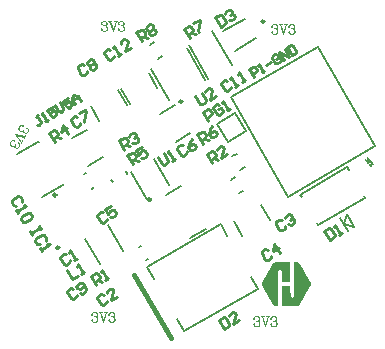
<source format=gbr>
G04*
G04 #@! TF.GenerationSoftware,Altium Limited,Altium Designer,25.8.1 (18)*
G04*
G04 Layer_Color=65535*
%FSLAX44Y44*%
%MOMM*%
G71*
G04*
G04 #@! TF.SameCoordinates,2BA1844E-35A1-40AA-B719-48A9BFBC8ED3*
G04*
G04*
G04 #@! TF.FilePolarity,Positive*
G04*
G01*
G75*
%ADD10C,0.2500*%
%ADD11C,0.2000*%
%ADD12C,0.4000*%
%ADD13C,0.1524*%
%ADD14C,0.2540*%
%ADD15C,0.0762*%
G36*
X83210Y-75514D02*
Y-75667D01*
Y-75819D01*
Y-75971D01*
Y-76124D01*
Y-76276D01*
Y-76429D01*
Y-76581D01*
Y-76733D01*
Y-76886D01*
Y-77038D01*
Y-77191D01*
Y-77343D01*
Y-77495D01*
Y-77648D01*
Y-77800D01*
Y-77953D01*
Y-78105D01*
Y-78257D01*
Y-78410D01*
Y-78562D01*
Y-78715D01*
Y-78867D01*
Y-79019D01*
Y-79172D01*
Y-79324D01*
Y-79477D01*
Y-79629D01*
Y-79781D01*
Y-79934D01*
Y-80086D01*
Y-80239D01*
Y-80391D01*
Y-80543D01*
Y-80696D01*
Y-80848D01*
Y-81001D01*
Y-81153D01*
Y-81305D01*
Y-81458D01*
Y-81610D01*
Y-81763D01*
Y-81915D01*
Y-82067D01*
Y-82220D01*
Y-82372D01*
Y-82525D01*
Y-82677D01*
Y-82829D01*
Y-82982D01*
Y-83134D01*
Y-83287D01*
Y-83439D01*
Y-83591D01*
Y-83744D01*
Y-83896D01*
Y-84049D01*
Y-84201D01*
Y-84353D01*
Y-84506D01*
Y-84658D01*
Y-84811D01*
Y-84963D01*
Y-85115D01*
Y-85268D01*
Y-85420D01*
Y-85573D01*
Y-85725D01*
Y-85877D01*
Y-86030D01*
Y-86182D01*
Y-86335D01*
Y-86487D01*
Y-86639D01*
Y-86792D01*
Y-86944D01*
Y-87097D01*
Y-87249D01*
Y-87401D01*
Y-87554D01*
Y-87706D01*
Y-87859D01*
Y-88011D01*
Y-88163D01*
Y-88316D01*
Y-88468D01*
Y-88621D01*
Y-88773D01*
Y-88925D01*
Y-89078D01*
Y-89230D01*
Y-89383D01*
Y-89535D01*
Y-89687D01*
Y-89840D01*
Y-89992D01*
Y-90145D01*
Y-90297D01*
Y-90449D01*
Y-90602D01*
Y-90754D01*
Y-90907D01*
Y-91059D01*
Y-91211D01*
Y-91364D01*
Y-91516D01*
Y-91669D01*
Y-91821D01*
Y-91973D01*
X76200D01*
Y-91821D01*
X76048D01*
Y-91669D01*
Y-91516D01*
Y-91364D01*
Y-91211D01*
Y-91059D01*
Y-90907D01*
Y-90754D01*
Y-90602D01*
Y-90449D01*
Y-90297D01*
Y-90145D01*
Y-89992D01*
Y-89840D01*
Y-89687D01*
Y-89535D01*
Y-89383D01*
Y-89230D01*
Y-89078D01*
Y-88925D01*
Y-88773D01*
Y-88621D01*
Y-88468D01*
Y-88316D01*
Y-88163D01*
Y-88011D01*
Y-87859D01*
Y-87706D01*
Y-87554D01*
Y-87401D01*
Y-87249D01*
Y-87097D01*
Y-86944D01*
Y-86792D01*
Y-86639D01*
Y-86487D01*
Y-86335D01*
Y-86182D01*
Y-86030D01*
Y-85877D01*
Y-85725D01*
Y-85573D01*
Y-85420D01*
Y-85268D01*
Y-85115D01*
Y-84963D01*
Y-84811D01*
Y-84658D01*
Y-84506D01*
Y-84353D01*
Y-84201D01*
Y-84049D01*
Y-83896D01*
Y-83744D01*
Y-83591D01*
Y-83439D01*
Y-83287D01*
Y-83134D01*
X75895D01*
Y-82982D01*
Y-82829D01*
X75743D01*
Y-82677D01*
X75590D01*
Y-82525D01*
X75438D01*
Y-82372D01*
X75133D01*
Y-82220D01*
X74524D01*
Y-82067D01*
X74371D01*
Y-82220D01*
X73762D01*
Y-82372D01*
X73457D01*
Y-82525D01*
X73304D01*
Y-82677D01*
X73152D01*
Y-82829D01*
X73000D01*
Y-82982D01*
Y-83134D01*
X72847D01*
Y-83287D01*
Y-83439D01*
Y-83591D01*
Y-83744D01*
Y-83896D01*
Y-84049D01*
Y-84201D01*
Y-84353D01*
Y-84506D01*
Y-84658D01*
Y-84811D01*
Y-84963D01*
Y-85115D01*
Y-85268D01*
Y-85420D01*
Y-85573D01*
Y-85725D01*
Y-85877D01*
Y-86030D01*
Y-86182D01*
Y-86335D01*
Y-86487D01*
Y-86639D01*
Y-86792D01*
Y-86944D01*
X72695D01*
Y-87097D01*
Y-87249D01*
Y-87401D01*
Y-87554D01*
Y-87706D01*
Y-87859D01*
Y-88011D01*
Y-88163D01*
Y-88316D01*
Y-88468D01*
Y-88621D01*
Y-88773D01*
Y-88925D01*
Y-89078D01*
Y-89230D01*
Y-89383D01*
Y-89535D01*
Y-89687D01*
Y-89840D01*
Y-89992D01*
Y-90145D01*
Y-90297D01*
Y-90449D01*
Y-90602D01*
Y-90754D01*
Y-90907D01*
Y-91059D01*
Y-91211D01*
Y-91364D01*
Y-91516D01*
Y-91669D01*
Y-91821D01*
Y-91973D01*
Y-92126D01*
Y-92278D01*
Y-92431D01*
Y-92583D01*
Y-92735D01*
Y-92888D01*
Y-93040D01*
Y-93193D01*
Y-93345D01*
Y-93497D01*
Y-93650D01*
Y-93802D01*
Y-93955D01*
Y-94107D01*
Y-94259D01*
Y-94412D01*
Y-94564D01*
Y-94717D01*
Y-94869D01*
Y-95021D01*
Y-95174D01*
Y-95326D01*
Y-95479D01*
Y-95631D01*
Y-95783D01*
Y-95936D01*
Y-96088D01*
Y-96241D01*
Y-96393D01*
X72847D01*
Y-96545D01*
Y-96698D01*
Y-96850D01*
Y-97003D01*
Y-97155D01*
Y-97307D01*
Y-97460D01*
Y-97612D01*
Y-97765D01*
Y-97917D01*
Y-98069D01*
Y-98222D01*
Y-98374D01*
Y-98527D01*
Y-98679D01*
Y-98831D01*
Y-98984D01*
Y-99136D01*
Y-99289D01*
Y-99441D01*
Y-99593D01*
Y-99746D01*
Y-99898D01*
Y-100051D01*
Y-100203D01*
Y-100355D01*
Y-100508D01*
Y-100660D01*
Y-100813D01*
Y-100965D01*
Y-101117D01*
Y-101270D01*
Y-101422D01*
Y-101575D01*
Y-101727D01*
Y-101879D01*
Y-102032D01*
Y-102184D01*
Y-102337D01*
Y-102489D01*
Y-102641D01*
Y-102794D01*
Y-102946D01*
Y-103099D01*
Y-103251D01*
Y-103403D01*
Y-103556D01*
Y-103708D01*
Y-103861D01*
Y-104013D01*
Y-104165D01*
Y-104318D01*
Y-104470D01*
Y-104623D01*
Y-104775D01*
Y-104927D01*
Y-105080D01*
Y-105232D01*
Y-105385D01*
Y-105537D01*
Y-105689D01*
Y-105842D01*
Y-105994D01*
Y-106147D01*
Y-106299D01*
Y-106451D01*
Y-106604D01*
Y-106756D01*
Y-106909D01*
Y-107061D01*
Y-107213D01*
Y-107366D01*
Y-107518D01*
Y-107671D01*
Y-107823D01*
Y-107975D01*
Y-108128D01*
Y-108280D01*
Y-108433D01*
Y-108585D01*
Y-108737D01*
Y-108890D01*
Y-109042D01*
Y-109195D01*
Y-109347D01*
Y-109499D01*
Y-109652D01*
Y-109804D01*
Y-109957D01*
Y-110109D01*
Y-110261D01*
Y-110414D01*
Y-110566D01*
Y-110719D01*
Y-110871D01*
Y-111023D01*
Y-111176D01*
Y-111328D01*
Y-111481D01*
Y-111633D01*
Y-111785D01*
Y-111938D01*
Y-112090D01*
X72695D01*
Y-112243D01*
X70104D01*
Y-112090D01*
X69494D01*
Y-111938D01*
X69190D01*
Y-111785D01*
X69037D01*
Y-111633D01*
X68885D01*
Y-111481D01*
X68580D01*
Y-111328D01*
Y-111176D01*
X68428D01*
Y-111023D01*
X68275D01*
Y-110871D01*
Y-110719D01*
X68123D01*
Y-110566D01*
X67970D01*
Y-110414D01*
Y-110261D01*
X67818D01*
Y-110109D01*
Y-109957D01*
X67666D01*
Y-109804D01*
Y-109652D01*
X67513D01*
Y-109499D01*
X67361D01*
Y-109347D01*
Y-109195D01*
X67208D01*
Y-109042D01*
Y-108890D01*
X67056D01*
Y-108737D01*
X66904D01*
Y-108585D01*
Y-108433D01*
X66751D01*
Y-108280D01*
Y-108128D01*
X66599D01*
Y-107975D01*
Y-107823D01*
X66446D01*
Y-107671D01*
X66294D01*
Y-107518D01*
Y-107366D01*
X66142D01*
Y-107213D01*
Y-107061D01*
X65989D01*
Y-106909D01*
Y-106756D01*
X65837D01*
Y-106604D01*
X65684D01*
Y-106451D01*
Y-106299D01*
X65532D01*
Y-106147D01*
Y-105994D01*
X65380D01*
Y-105842D01*
Y-105689D01*
X65227D01*
Y-105537D01*
X65075D01*
Y-105385D01*
Y-105232D01*
X64922D01*
Y-105080D01*
Y-104927D01*
X64770D01*
Y-104775D01*
X64618D01*
Y-104623D01*
Y-104470D01*
X64465D01*
Y-104318D01*
Y-104165D01*
X64313D01*
Y-104013D01*
Y-103861D01*
X64160D01*
Y-103708D01*
X64008D01*
Y-103556D01*
Y-103403D01*
X63856D01*
Y-103251D01*
Y-103099D01*
X63703D01*
Y-102946D01*
Y-102794D01*
X63551D01*
Y-102641D01*
X63398D01*
Y-102489D01*
Y-102337D01*
X63246D01*
Y-102184D01*
Y-102032D01*
X63094D01*
Y-101879D01*
Y-101727D01*
X62941D01*
Y-101575D01*
X62789D01*
Y-101422D01*
Y-101270D01*
X62636D01*
Y-101117D01*
Y-100965D01*
X62484D01*
Y-100813D01*
Y-100660D01*
X62332D01*
Y-100508D01*
X62179D01*
Y-100355D01*
Y-100203D01*
X62027D01*
Y-100051D01*
Y-99898D01*
X61874D01*
Y-99746D01*
Y-99593D01*
X61722D01*
Y-99441D01*
X61570D01*
Y-99289D01*
Y-99136D01*
X61417D01*
Y-98984D01*
Y-98831D01*
X61265D01*
Y-98679D01*
X61112D01*
Y-98527D01*
Y-98374D01*
X60960D01*
Y-98222D01*
Y-98069D01*
X60808D01*
Y-97917D01*
Y-97765D01*
X60655D01*
Y-97612D01*
X60503D01*
Y-97460D01*
Y-97307D01*
X60350D01*
Y-97155D01*
Y-97003D01*
X60198D01*
Y-96850D01*
Y-96698D01*
X60046D01*
Y-96545D01*
X59893D01*
Y-96393D01*
Y-96241D01*
X59741D01*
Y-96088D01*
Y-95936D01*
X59588D01*
Y-95783D01*
Y-95631D01*
X59436D01*
Y-95479D01*
X59284D01*
Y-95326D01*
Y-95174D01*
X59131D01*
Y-95021D01*
Y-94869D01*
X58979D01*
Y-94717D01*
Y-94564D01*
X58826D01*
Y-94412D01*
Y-94259D01*
Y-94107D01*
Y-93955D01*
Y-93802D01*
Y-93650D01*
Y-93497D01*
Y-93345D01*
Y-93193D01*
Y-93040D01*
X58979D01*
Y-92888D01*
Y-92735D01*
Y-92583D01*
X59131D01*
Y-92431D01*
Y-92278D01*
X59284D01*
Y-92126D01*
X59436D01*
Y-91973D01*
Y-91821D01*
X59588D01*
Y-91669D01*
Y-91516D01*
X59741D01*
Y-91364D01*
Y-91211D01*
X59893D01*
Y-91059D01*
X60046D01*
Y-90907D01*
Y-90754D01*
X60198D01*
Y-90602D01*
Y-90449D01*
X60350D01*
Y-90297D01*
X60503D01*
Y-90145D01*
Y-89992D01*
X60655D01*
Y-89840D01*
Y-89687D01*
X60808D01*
Y-89535D01*
Y-89383D01*
X60960D01*
Y-89230D01*
X61112D01*
Y-89078D01*
Y-88925D01*
X61265D01*
Y-88773D01*
Y-88621D01*
X61417D01*
Y-88468D01*
Y-88316D01*
X61570D01*
Y-88163D01*
X61722D01*
Y-88011D01*
Y-87859D01*
X61874D01*
Y-87706D01*
X62027D01*
Y-87554D01*
Y-87401D01*
X62179D01*
Y-87249D01*
Y-87097D01*
X62332D01*
Y-86944D01*
Y-86792D01*
X62484D01*
Y-86639D01*
X62636D01*
Y-86487D01*
Y-86335D01*
X62789D01*
Y-86182D01*
Y-86030D01*
X62941D01*
Y-85877D01*
Y-85725D01*
X63094D01*
Y-85573D01*
X63246D01*
Y-85420D01*
Y-85268D01*
X63398D01*
Y-85115D01*
Y-84963D01*
X63551D01*
Y-84811D01*
Y-84658D01*
X63703D01*
Y-84506D01*
X63856D01*
Y-84353D01*
Y-84201D01*
X64008D01*
Y-84049D01*
Y-83896D01*
X64160D01*
Y-83744D01*
X64313D01*
Y-83591D01*
Y-83439D01*
X64465D01*
Y-83287D01*
Y-83134D01*
X64618D01*
Y-82982D01*
Y-82829D01*
X64770D01*
Y-82677D01*
X64922D01*
Y-82525D01*
Y-82372D01*
X65075D01*
Y-82220D01*
Y-82067D01*
X65227D01*
Y-81915D01*
Y-81763D01*
X65380D01*
Y-81610D01*
X65532D01*
Y-81458D01*
Y-81305D01*
X65684D01*
Y-81153D01*
Y-81001D01*
X65837D01*
Y-80848D01*
Y-80696D01*
X65989D01*
Y-80543D01*
X66142D01*
Y-80391D01*
Y-80239D01*
X66294D01*
Y-80086D01*
Y-79934D01*
X66446D01*
Y-79781D01*
X66599D01*
Y-79629D01*
Y-79477D01*
X66751D01*
Y-79324D01*
Y-79172D01*
X66904D01*
Y-79019D01*
Y-78867D01*
X67056D01*
Y-78715D01*
X67208D01*
Y-78562D01*
Y-78410D01*
X67361D01*
Y-78257D01*
Y-78105D01*
X67513D01*
Y-77953D01*
Y-77800D01*
X67666D01*
Y-77648D01*
X67818D01*
Y-77495D01*
Y-77343D01*
X67970D01*
Y-77191D01*
Y-77038D01*
X68123D01*
Y-76886D01*
Y-76733D01*
X68275D01*
Y-76581D01*
X68428D01*
Y-76429D01*
Y-76276D01*
X68580D01*
Y-76124D01*
X68732D01*
Y-75971D01*
X68885D01*
Y-75819D01*
X69190D01*
Y-75667D01*
X69494D01*
Y-75514D01*
X69799D01*
Y-75362D01*
X83210D01*
Y-75514D01*
D02*
G37*
G36*
X89459D02*
X89916D01*
Y-75667D01*
X90221D01*
Y-75819D01*
X90373D01*
Y-75971D01*
X90526D01*
Y-76124D01*
X90678D01*
Y-76276D01*
X90830D01*
Y-76429D01*
X90983D01*
Y-76581D01*
X91135D01*
Y-76733D01*
Y-76886D01*
X91288D01*
Y-77038D01*
Y-77191D01*
X91440D01*
Y-77343D01*
Y-77495D01*
X91592D01*
Y-77648D01*
X91745D01*
Y-77800D01*
Y-77953D01*
X91897D01*
Y-78105D01*
Y-78257D01*
X92050D01*
Y-78410D01*
X92202D01*
Y-78562D01*
Y-78715D01*
X92354D01*
Y-78867D01*
Y-79019D01*
X92507D01*
Y-79172D01*
Y-79324D01*
X92659D01*
Y-79477D01*
X92812D01*
Y-79629D01*
Y-79781D01*
X92964D01*
Y-79934D01*
Y-80086D01*
X93116D01*
Y-80239D01*
Y-80391D01*
X93269D01*
Y-80543D01*
X93421D01*
Y-80696D01*
Y-80848D01*
X93574D01*
Y-81001D01*
Y-81153D01*
X93726D01*
Y-81305D01*
Y-81458D01*
X93878D01*
Y-81610D01*
X94031D01*
Y-81763D01*
Y-81915D01*
X94183D01*
Y-82067D01*
Y-82220D01*
X94336D01*
Y-82372D01*
X94488D01*
Y-82525D01*
Y-82677D01*
X94640D01*
Y-82829D01*
Y-82982D01*
X94793D01*
Y-83134D01*
Y-83287D01*
X94945D01*
Y-83439D01*
X95098D01*
Y-83591D01*
Y-83744D01*
X95250D01*
Y-83896D01*
Y-84049D01*
X95402D01*
Y-84201D01*
Y-84353D01*
X95555D01*
Y-84506D01*
X95707D01*
Y-84658D01*
Y-84811D01*
X95860D01*
Y-84963D01*
Y-85115D01*
X96012D01*
Y-85268D01*
Y-85420D01*
X96164D01*
Y-85573D01*
X96317D01*
Y-85725D01*
Y-85877D01*
X96469D01*
Y-86030D01*
Y-86182D01*
X96622D01*
Y-86335D01*
X96774D01*
Y-86487D01*
Y-86639D01*
X96926D01*
Y-86792D01*
Y-86944D01*
X97079D01*
Y-87097D01*
Y-87249D01*
X97231D01*
Y-87401D01*
X97384D01*
Y-87554D01*
Y-87706D01*
X97536D01*
Y-87859D01*
Y-88011D01*
X97688D01*
Y-88163D01*
Y-88316D01*
X97841D01*
Y-88468D01*
X97993D01*
Y-88621D01*
Y-88773D01*
X98146D01*
Y-88925D01*
Y-89078D01*
X98298D01*
Y-89230D01*
Y-89383D01*
X98450D01*
Y-89535D01*
X98603D01*
Y-89687D01*
Y-89840D01*
X98755D01*
Y-89992D01*
Y-90145D01*
X98908D01*
Y-90297D01*
X99060D01*
Y-90449D01*
Y-90602D01*
X99212D01*
Y-90754D01*
Y-90907D01*
X99365D01*
Y-91059D01*
Y-91211D01*
X99517D01*
Y-91364D01*
X99670D01*
Y-91516D01*
Y-91669D01*
X99822D01*
Y-91821D01*
Y-91973D01*
X99974D01*
Y-92126D01*
Y-92278D01*
X100127D01*
Y-92431D01*
X100279D01*
Y-92583D01*
Y-92735D01*
X100432D01*
Y-92888D01*
Y-93040D01*
Y-93193D01*
Y-93345D01*
X100584D01*
Y-93497D01*
Y-93650D01*
Y-93802D01*
Y-93955D01*
Y-94107D01*
X100432D01*
Y-94259D01*
Y-94412D01*
Y-94564D01*
Y-94717D01*
X100279D01*
Y-94869D01*
Y-95021D01*
X100127D01*
Y-95174D01*
Y-95326D01*
X99974D01*
Y-95479D01*
Y-95631D01*
X99822D01*
Y-95783D01*
X99670D01*
Y-95936D01*
Y-96088D01*
X99517D01*
Y-96241D01*
Y-96393D01*
X99365D01*
Y-96545D01*
X99212D01*
Y-96698D01*
Y-96850D01*
X99060D01*
Y-97003D01*
Y-97155D01*
X98908D01*
Y-97307D01*
Y-97460D01*
X98755D01*
Y-97612D01*
X98603D01*
Y-97765D01*
Y-97917D01*
X98450D01*
Y-98069D01*
Y-98222D01*
X98298D01*
Y-98374D01*
Y-98527D01*
X98146D01*
Y-98679D01*
X97993D01*
Y-98831D01*
Y-98984D01*
X97841D01*
Y-99136D01*
Y-99289D01*
X97688D01*
Y-99441D01*
X97536D01*
Y-99593D01*
Y-99746D01*
X97384D01*
Y-99898D01*
Y-100051D01*
X97231D01*
Y-100203D01*
Y-100355D01*
X97079D01*
Y-100508D01*
X96926D01*
Y-100660D01*
Y-100813D01*
X96774D01*
Y-100965D01*
Y-101117D01*
X96622D01*
Y-101270D01*
Y-101422D01*
X96469D01*
Y-101575D01*
X96317D01*
Y-101727D01*
Y-101879D01*
X96164D01*
Y-102032D01*
Y-102184D01*
X96012D01*
Y-102337D01*
X95860D01*
Y-102489D01*
Y-102641D01*
X95707D01*
Y-102794D01*
Y-102946D01*
X95555D01*
Y-103099D01*
Y-103251D01*
X95402D01*
Y-103403D01*
X95250D01*
Y-103556D01*
Y-103708D01*
X95098D01*
Y-103861D01*
Y-104013D01*
X94945D01*
Y-104165D01*
Y-104318D01*
X94793D01*
Y-104470D01*
Y-104623D01*
X94640D01*
Y-104775D01*
Y-104927D01*
X94488D01*
Y-105080D01*
X94336D01*
Y-105232D01*
Y-105385D01*
X94183D01*
Y-105537D01*
Y-105689D01*
X94031D01*
Y-105842D01*
X93878D01*
Y-105994D01*
Y-106147D01*
X93726D01*
Y-106299D01*
Y-106451D01*
X93574D01*
Y-106604D01*
Y-106756D01*
X93421D01*
Y-106909D01*
X93269D01*
Y-107061D01*
Y-107213D01*
X93116D01*
Y-107366D01*
Y-107518D01*
X92964D01*
Y-107671D01*
Y-107823D01*
X92812D01*
Y-107975D01*
X92659D01*
Y-108128D01*
Y-108280D01*
X92507D01*
Y-108433D01*
Y-108585D01*
X92354D01*
Y-108737D01*
Y-108890D01*
X92202D01*
Y-109042D01*
X92050D01*
Y-109195D01*
Y-109347D01*
X91897D01*
Y-109499D01*
Y-109652D01*
X91745D01*
Y-109804D01*
Y-109957D01*
X91592D01*
Y-110109D01*
X91440D01*
Y-110261D01*
Y-110414D01*
X91288D01*
Y-110566D01*
Y-110719D01*
X91135D01*
Y-110871D01*
X90983D01*
Y-111023D01*
Y-111176D01*
X90830D01*
Y-111328D01*
X90678D01*
Y-111481D01*
X90526D01*
Y-111633D01*
X90373D01*
Y-111785D01*
X90068D01*
Y-111938D01*
X89764D01*
Y-112090D01*
X89306D01*
Y-112243D01*
X76200D01*
Y-112090D01*
X76048D01*
Y-111938D01*
Y-111785D01*
Y-111633D01*
Y-111481D01*
Y-111328D01*
Y-111176D01*
Y-111023D01*
Y-110871D01*
Y-110719D01*
Y-110566D01*
Y-110414D01*
Y-110261D01*
Y-110109D01*
Y-109957D01*
Y-109804D01*
Y-109652D01*
Y-109499D01*
Y-109347D01*
Y-109195D01*
Y-109042D01*
Y-108890D01*
Y-108737D01*
Y-108585D01*
Y-108433D01*
Y-108280D01*
Y-108128D01*
Y-107975D01*
Y-107823D01*
Y-107671D01*
Y-107518D01*
Y-107366D01*
Y-107213D01*
Y-107061D01*
Y-106909D01*
Y-106756D01*
Y-106604D01*
Y-106451D01*
Y-106299D01*
Y-106147D01*
Y-105994D01*
Y-105842D01*
Y-105689D01*
Y-105537D01*
Y-105385D01*
Y-105232D01*
Y-105080D01*
Y-104927D01*
Y-104775D01*
Y-104623D01*
Y-104470D01*
Y-104318D01*
Y-104165D01*
Y-104013D01*
Y-103861D01*
Y-103708D01*
Y-103556D01*
Y-103403D01*
Y-103251D01*
Y-103099D01*
Y-102946D01*
Y-102794D01*
Y-102641D01*
Y-102489D01*
Y-102337D01*
Y-102184D01*
Y-102032D01*
Y-101879D01*
Y-101727D01*
Y-101575D01*
Y-101422D01*
Y-101270D01*
Y-101117D01*
Y-100965D01*
Y-100813D01*
Y-100660D01*
Y-100508D01*
Y-100355D01*
Y-100203D01*
Y-100051D01*
Y-99898D01*
Y-99746D01*
Y-99593D01*
Y-99441D01*
Y-99289D01*
Y-99136D01*
Y-98984D01*
Y-98831D01*
Y-98679D01*
Y-98527D01*
Y-98374D01*
Y-98222D01*
Y-98069D01*
Y-97917D01*
Y-97765D01*
Y-97612D01*
Y-97460D01*
Y-97307D01*
Y-97155D01*
Y-97003D01*
Y-96850D01*
Y-96698D01*
Y-96545D01*
Y-96393D01*
Y-96241D01*
Y-96088D01*
Y-95936D01*
Y-95783D01*
Y-95631D01*
X76200D01*
Y-95479D01*
X83210D01*
Y-95631D01*
Y-95783D01*
Y-95936D01*
Y-96088D01*
Y-96241D01*
Y-96393D01*
Y-96545D01*
Y-96698D01*
Y-96850D01*
Y-97003D01*
Y-97155D01*
Y-97307D01*
Y-97460D01*
Y-97612D01*
Y-97765D01*
Y-97917D01*
Y-98069D01*
Y-98222D01*
Y-98374D01*
Y-98527D01*
Y-98679D01*
Y-98831D01*
Y-98984D01*
Y-99136D01*
Y-99289D01*
Y-99441D01*
Y-99593D01*
Y-99746D01*
Y-99898D01*
Y-100051D01*
Y-100203D01*
Y-100355D01*
Y-100508D01*
Y-100660D01*
Y-100813D01*
Y-100965D01*
Y-101117D01*
Y-101270D01*
Y-101422D01*
Y-101575D01*
X83363D01*
Y-101727D01*
Y-101879D01*
Y-102032D01*
Y-102184D01*
Y-102337D01*
Y-102489D01*
Y-102641D01*
Y-102794D01*
Y-102946D01*
Y-103099D01*
Y-103251D01*
Y-103403D01*
Y-103556D01*
Y-103708D01*
Y-103861D01*
Y-104013D01*
Y-104165D01*
Y-104318D01*
Y-104470D01*
X83515D01*
Y-104623D01*
X83668D01*
Y-104775D01*
Y-104927D01*
X83972D01*
Y-105080D01*
X84125D01*
Y-105232D01*
X84582D01*
Y-105385D01*
X85344D01*
Y-105232D01*
X85649D01*
Y-105080D01*
X85954D01*
Y-104927D01*
X86106D01*
Y-104775D01*
X86258D01*
Y-104623D01*
X86411D01*
Y-104470D01*
Y-104318D01*
Y-104165D01*
X86563D01*
Y-104013D01*
Y-103861D01*
Y-103708D01*
Y-103556D01*
Y-103403D01*
Y-103251D01*
Y-103099D01*
Y-102946D01*
Y-102794D01*
Y-102641D01*
Y-102489D01*
Y-102337D01*
Y-102184D01*
Y-102032D01*
Y-101879D01*
Y-101727D01*
Y-101575D01*
Y-101422D01*
Y-101270D01*
Y-101117D01*
Y-100965D01*
Y-100813D01*
Y-100660D01*
Y-100508D01*
Y-100355D01*
Y-100203D01*
Y-100051D01*
Y-99898D01*
Y-99746D01*
Y-99593D01*
Y-99441D01*
Y-99289D01*
Y-99136D01*
Y-98984D01*
Y-98831D01*
Y-98679D01*
Y-98527D01*
Y-98374D01*
Y-98222D01*
Y-98069D01*
Y-97917D01*
Y-97765D01*
Y-97612D01*
Y-97460D01*
Y-97307D01*
Y-97155D01*
Y-97003D01*
Y-96850D01*
Y-96698D01*
Y-96545D01*
Y-96393D01*
Y-96241D01*
Y-96088D01*
Y-95936D01*
Y-95783D01*
Y-95631D01*
Y-95479D01*
Y-95326D01*
Y-95174D01*
Y-95021D01*
Y-94869D01*
Y-94717D01*
Y-94564D01*
Y-94412D01*
Y-94259D01*
Y-94107D01*
Y-93955D01*
Y-93802D01*
Y-93650D01*
Y-93497D01*
Y-93345D01*
Y-93193D01*
Y-93040D01*
Y-92888D01*
Y-92735D01*
Y-92583D01*
Y-92431D01*
Y-92278D01*
Y-92126D01*
Y-91973D01*
Y-91821D01*
Y-91669D01*
Y-91516D01*
Y-91364D01*
Y-91211D01*
Y-91059D01*
Y-90907D01*
Y-90754D01*
Y-90602D01*
Y-90449D01*
Y-90297D01*
Y-90145D01*
Y-89992D01*
Y-89840D01*
Y-89687D01*
Y-89535D01*
Y-89383D01*
Y-89230D01*
Y-89078D01*
Y-88925D01*
Y-88773D01*
Y-88621D01*
Y-88468D01*
Y-88316D01*
Y-88163D01*
Y-88011D01*
Y-87859D01*
Y-87706D01*
Y-87554D01*
Y-87401D01*
Y-87249D01*
Y-87097D01*
Y-86944D01*
Y-86792D01*
Y-86639D01*
Y-86487D01*
Y-86335D01*
Y-86182D01*
Y-86030D01*
Y-85877D01*
Y-85725D01*
Y-85573D01*
Y-85420D01*
Y-85268D01*
Y-85115D01*
Y-84963D01*
Y-84811D01*
Y-84658D01*
Y-84506D01*
Y-84353D01*
Y-84201D01*
Y-84049D01*
Y-83896D01*
Y-83744D01*
Y-83591D01*
Y-83439D01*
Y-83287D01*
Y-83134D01*
Y-82982D01*
Y-82829D01*
Y-82677D01*
Y-82525D01*
Y-82372D01*
Y-82220D01*
Y-82067D01*
Y-81915D01*
Y-81763D01*
Y-81610D01*
Y-81458D01*
Y-81305D01*
Y-81153D01*
Y-81001D01*
Y-80848D01*
Y-80696D01*
Y-80543D01*
Y-80391D01*
Y-80239D01*
Y-80086D01*
Y-79934D01*
Y-79781D01*
Y-79629D01*
Y-79477D01*
Y-79324D01*
Y-79172D01*
Y-79019D01*
Y-78867D01*
Y-78715D01*
Y-78562D01*
Y-78410D01*
Y-78257D01*
Y-78105D01*
Y-77953D01*
Y-77800D01*
Y-77648D01*
Y-77495D01*
Y-77343D01*
Y-77191D01*
Y-77038D01*
Y-76886D01*
Y-76733D01*
Y-76581D01*
Y-76429D01*
Y-76276D01*
Y-76124D01*
Y-75971D01*
Y-75819D01*
Y-75667D01*
Y-75514D01*
Y-75362D01*
X89459D01*
Y-75514D01*
D02*
G37*
D10*
X-114948Y-18324D02*
G03*
X-114948Y-18324I-1250J0D01*
G01*
X-35015Y-22245D02*
G03*
X-35015Y-22245I-1250J0D01*
G01*
X61122Y128598D02*
G03*
X61122Y128598I-1250J0D01*
G01*
X-112558Y-62777D02*
G03*
X-112558Y-62777I-1250J0D01*
G01*
X-8382Y60867D02*
G03*
X-8382Y60867I-1250J0D01*
G01*
D11*
X-127291Y-20110D02*
X-109105Y-9610D01*
X-130105Y26763D02*
X-129955Y26503D01*
X-109255Y-9351D02*
X-109105Y-9610D01*
X-148291Y16263D02*
X-130105Y26763D01*
X-148291Y16263D02*
X-148141Y16003D01*
X-127441Y-19850D02*
X-127291Y-20110D01*
X-84866Y-13065D02*
X-82701Y-11815D01*
X-91866Y-941D02*
X-89701Y309D01*
X-22525Y-18642D02*
X-9448Y-11092D01*
X-1775Y-54582D02*
X11302Y-47032D01*
X-12541Y-123713D02*
X-6791Y-133672D01*
X49813Y-87712D02*
X55563Y-97672D01*
X-38291Y-79112D02*
X-32541Y-89072D01*
X24063Y-43112D02*
X29813Y-53071D01*
X-6791Y-133672D02*
X55563Y-97672D01*
X-38291Y-79112D02*
X24063Y-43112D01*
X40542Y2681D02*
X44440Y4931D01*
X33792Y14373D02*
X37690Y16623D01*
X35043Y-40254D02*
X42293Y-52811D01*
X58426Y-26753D02*
X65676Y-39311D01*
X36168Y103654D02*
X54354Y114154D01*
X26418Y120542D02*
X44604Y131042D01*
X130779Y-34281D02*
X137128Y-45280D01*
X128454Y-42955D02*
X130779Y-34281D01*
X128454Y-42955D02*
X137128Y-45280D01*
X125279Y-37456D02*
X131629Y-48454D01*
X91581Y-18010D02*
X92831Y-20175D01*
X131419Y4990D02*
X132669Y2825D01*
X105331Y-41825D02*
X106581Y-43990D01*
X145169Y-18825D02*
X146419Y-20990D01*
X91581Y-18010D02*
X131419Y4990D01*
X106581Y-43990D02*
X146419Y-20990D01*
X-14007Y26848D02*
X-1449Y34098D01*
X-27507Y50230D02*
X-14949Y57480D01*
X16872Y120083D02*
X33403Y91451D01*
X-2719Y108772D02*
X13812Y80140D01*
X-101929Y29656D02*
X-89371Y36906D01*
X-88429Y6274D02*
X-75871Y13524D01*
X-34935Y88693D02*
X-19435Y61847D01*
X-4624Y106193D02*
X10876Y79347D01*
X-36016Y108565D02*
X-32119Y110815D01*
X-29266Y96874D02*
X-25369Y99124D01*
X-36841Y84995D02*
X-29591Y72438D01*
X-60224Y71495D02*
X-52974Y58938D01*
X-62389Y70245D02*
X-55139Y57688D01*
X-85772Y56745D02*
X-78521Y44187D01*
X-68527Y-5365D02*
X-67277Y-7530D01*
X-56403Y1636D02*
X-55153Y-529D01*
X-32553Y11780D02*
X-20022Y-9924D01*
X-51606Y780D02*
X-39075Y-20924D01*
X-71022Y-43963D02*
X-58491Y-65668D01*
X-90508Y-55213D02*
X-77977Y-76918D01*
X-38922Y-73142D02*
X-37190Y-72142D01*
X-45172Y-62317D02*
X-43440Y-61317D01*
X39250Y-17040D02*
X43147Y-14790D01*
X32500Y-5349D02*
X36397Y-3099D01*
X81344Y-19762D02*
X154956Y22738D01*
X106156Y107262D02*
X154956Y22738D01*
X32544Y64762D02*
X106156Y107262D01*
X32544Y64762D02*
X81344Y-19762D01*
D12*
X-49133Y-85834D02*
X-18033Y-139700D01*
D13*
X21283Y42075D02*
X36487Y50853D01*
X21283Y42075D02*
X30061Y26871D01*
X45265Y35649D01*
X36487Y50853D02*
X45265Y35649D01*
D14*
X-130202Y49212D02*
X-132401Y47942D01*
X-131302Y48577D01*
X-128128Y43079D01*
X-128592Y41345D01*
X-129692Y40710D01*
X-131426Y41175D01*
X-124194Y43884D02*
X-121995Y45154D01*
X-123095Y44519D01*
X-126904Y51116D01*
X-127368Y49382D01*
X-118108Y56194D02*
X-122506Y53655D01*
X-120601Y50357D01*
X-119037Y52726D01*
X-117937Y53361D01*
X-116203Y52896D01*
X-114934Y50697D01*
X-115398Y48963D01*
X-117597Y47693D01*
X-119332Y48158D01*
X-115909Y57464D02*
X-113370Y53066D01*
X-109901Y52137D01*
X-108972Y55605D01*
X-111511Y60003D01*
X-104914Y63812D02*
X-109312Y61273D01*
X-107407Y57974D01*
X-105843Y60343D01*
X-104744Y60978D01*
X-103009Y60513D01*
X-101740Y58314D01*
X-102204Y56580D01*
X-104403Y55311D01*
X-106138Y55775D01*
X-98906Y58485D02*
X-101445Y62882D01*
X-100516Y66351D01*
X-97047Y65422D01*
X-94508Y61024D01*
X-96412Y64322D01*
X-100810Y61783D01*
X-116460Y26739D02*
X-120904Y34435D01*
X-117055Y36657D01*
X-115032Y36115D01*
X-113551Y33549D01*
X-114093Y31526D01*
X-117941Y29304D01*
X-115376Y30786D02*
X-111329Y29701D01*
X-104915Y33404D02*
X-109359Y41101D01*
X-110985Y35031D01*
X-105854Y37993D01*
X-29197Y14094D02*
X-25494Y7680D01*
X-23470Y7138D01*
X-20905Y8619D01*
X-20363Y10642D01*
X-24066Y17056D01*
X-17057Y10841D02*
X-14491Y12322D01*
X-15774Y11581D01*
X-20218Y19278D01*
X-20760Y17255D01*
X22737Y-124028D02*
X27180Y-131725D01*
X31029Y-129503D01*
X31571Y-127479D01*
X28608Y-122348D01*
X26585Y-121806D01*
X22737Y-124028D01*
X40008Y-124319D02*
X34877Y-127281D01*
X37045Y-119187D01*
X36305Y-117905D01*
X34281Y-117363D01*
X31716Y-118844D01*
X31174Y-120867D01*
X8762Y25215D02*
X4318Y32911D01*
X8167Y35133D01*
X10190Y34591D01*
X11671Y32025D01*
X11129Y30002D01*
X7281Y27780D01*
X9846Y29262D02*
X13893Y28177D01*
X17146Y40317D02*
X15321Y37553D01*
X14237Y33507D01*
X15718Y30941D01*
X17741Y30399D01*
X20307Y31880D01*
X20849Y33904D01*
X20108Y35186D01*
X18085Y35728D01*
X14237Y33507D01*
X63986Y-64925D02*
X61963Y-64383D01*
X59397Y-65864D01*
X58855Y-67888D01*
X61817Y-73018D01*
X63841Y-73561D01*
X66406Y-72079D01*
X66948Y-70056D01*
X74103Y-67636D02*
X69659Y-59939D01*
X68033Y-66009D01*
X73164Y-63047D01*
X19559Y131971D02*
X24002Y124275D01*
X27850Y126497D01*
X28393Y128520D01*
X25430Y133651D01*
X23407Y134193D01*
X19559Y131971D01*
X27996Y135132D02*
X28538Y137156D01*
X31103Y138637D01*
X33127Y138095D01*
X33867Y136812D01*
X33325Y134788D01*
X32042Y134048D01*
X33325Y134788D01*
X35348Y134246D01*
X36089Y132963D01*
X35547Y130940D01*
X32981Y129459D01*
X30958Y130001D01*
X13817Y44308D02*
X9373Y52004D01*
X13221Y54226D01*
X15245Y53684D01*
X16726Y51118D01*
X16184Y49095D01*
X12335Y46873D01*
X22941Y58127D02*
X20918Y58669D01*
X18352Y57188D01*
X17810Y55165D01*
X20773Y50034D01*
X22796Y49492D01*
X25361Y50973D01*
X25903Y52996D01*
X24422Y55562D01*
X21857Y54081D01*
X29209Y53195D02*
X31775Y54676D01*
X30492Y53935D01*
X26049Y61632D01*
X25507Y59608D01*
X-100522Y-97680D02*
X-102545Y-97138D01*
X-105111Y-98619D01*
X-105653Y-100642D01*
X-102690Y-105773D01*
X-100667Y-106315D01*
X-98102Y-104834D01*
X-97559Y-102811D01*
X-94994Y-101329D02*
X-92971Y-101872D01*
X-90405Y-100391D01*
X-89863Y-98367D01*
X-92825Y-93236D01*
X-94849Y-92694D01*
X-97414Y-94175D01*
X-97956Y-96199D01*
X-97216Y-97481D01*
X-95192Y-98023D01*
X-91344Y-95802D01*
X-144263Y-24457D02*
X-143721Y-22434D01*
X-145202Y-19868D01*
X-147226Y-19326D01*
X-152357Y-22289D01*
X-152899Y-24312D01*
X-151418Y-26877D01*
X-149394Y-27420D01*
X-149196Y-30726D02*
X-147715Y-33291D01*
X-148455Y-32008D01*
X-140759Y-27565D01*
X-142782Y-27023D01*
X-139079Y-33436D02*
X-137056Y-33979D01*
X-135575Y-36544D01*
X-136117Y-38567D01*
X-141248Y-41530D01*
X-143271Y-40988D01*
X-144752Y-38422D01*
X-144210Y-36399D01*
X-139079Y-33436D01*
X-129490Y-44812D02*
X-128008Y-47378D01*
X-128749Y-46095D01*
X-136446Y-50539D01*
X-137186Y-49256D01*
X-135705Y-51821D01*
X-124107Y-57098D02*
X-123565Y-55074D01*
X-125046Y-52509D01*
X-127069Y-51967D01*
X-132200Y-54929D01*
X-132743Y-56952D01*
X-131261Y-59518D01*
X-129238Y-60060D01*
X-129039Y-63366D02*
X-127558Y-65932D01*
X-128299Y-64649D01*
X-120603Y-60205D01*
X-122626Y-59663D01*
X111897Y-48864D02*
X116341Y-56561D01*
X120189Y-54339D01*
X120731Y-52316D01*
X117769Y-47185D01*
X115745Y-46642D01*
X111897Y-48864D01*
X124037Y-52117D02*
X126603Y-50636D01*
X125320Y-51377D01*
X120876Y-43680D01*
X120334Y-45703D01*
X29834Y78378D02*
X27811Y78920D01*
X25245Y77439D01*
X24703Y75416D01*
X27665Y70285D01*
X29689Y69742D01*
X32254Y71224D01*
X32796Y73247D01*
X36102Y73446D02*
X38668Y74927D01*
X37385Y74186D01*
X32942Y81883D01*
X32399Y79859D01*
X42516Y77148D02*
X45082Y78630D01*
X43799Y77889D01*
X39355Y85585D01*
X38813Y83562D01*
X-2160Y114877D02*
X-6604Y122573D01*
X-2755Y124795D01*
X-732Y124253D01*
X749Y121687D01*
X207Y119664D01*
X-3641Y117442D01*
X-1076Y118924D02*
X2971Y117839D01*
X1093Y127017D02*
X6224Y129979D01*
X6965Y128696D01*
X4796Y120603D01*
X5537Y119320D01*
X-97506Y48053D02*
X-99529Y48595D01*
X-102095Y47114D01*
X-102637Y45090D01*
X-99675Y39959D01*
X-97651Y39417D01*
X-95086Y40899D01*
X-94544Y42922D01*
X-95681Y50817D02*
X-90550Y53779D01*
X-89809Y52497D01*
X-91978Y44403D01*
X-91237Y43120D01*
X2794Y65423D02*
X6497Y59009D01*
X8521Y58467D01*
X11086Y59949D01*
X11629Y61972D01*
X7926Y68386D01*
X20066Y65133D02*
X14935Y62170D01*
X17103Y70264D01*
X16363Y71547D01*
X14339Y72089D01*
X11774Y70608D01*
X11232Y68584D01*
X-42692Y111699D02*
X-47136Y119395D01*
X-43287Y121617D01*
X-41264Y121075D01*
X-39783Y118509D01*
X-40325Y116486D01*
X-44173Y114264D01*
X-41608Y115745D02*
X-37561Y114661D01*
X-38698Y122556D02*
X-38156Y124579D01*
X-35591Y126061D01*
X-33567Y125519D01*
X-32827Y124236D01*
X-33369Y122212D01*
X-31346Y121670D01*
X-30605Y120387D01*
X-31147Y118364D01*
X-33713Y116883D01*
X-35736Y117425D01*
X-36477Y118708D01*
X-35935Y120731D01*
X-37958Y121273D01*
X-38698Y122556D01*
X-35935Y120731D02*
X-33369Y122212D01*
X-69471Y104621D02*
X-71494Y105164D01*
X-74060Y103682D01*
X-74602Y101659D01*
X-71639Y96528D01*
X-69616Y95986D01*
X-67051Y97467D01*
X-66508Y99490D01*
X-63202Y99689D02*
X-60637Y101170D01*
X-61920Y100429D01*
X-66363Y108126D01*
X-66905Y106103D01*
X-51658Y106354D02*
X-56789Y103392D01*
X-54620Y111485D01*
X-55361Y112768D01*
X-57384Y113310D01*
X-59949Y111829D01*
X-60492Y109806D01*
X-91664Y91741D02*
X-93687Y92283D01*
X-96253Y90802D01*
X-96795Y88778D01*
X-93833Y83647D01*
X-91809Y83105D01*
X-89244Y84587D01*
X-88701Y86610D01*
X-89098Y93222D02*
X-88556Y95246D01*
X-85991Y96727D01*
X-83967Y96185D01*
X-83227Y94902D01*
X-83769Y92878D01*
X-81746Y92336D01*
X-81005Y91053D01*
X-81547Y89030D01*
X-84113Y87549D01*
X-86136Y88091D01*
X-86877Y89374D01*
X-86334Y91397D01*
X-88358Y91939D01*
X-89098Y93222D01*
X-86334Y91397D02*
X-83769Y92878D01*
X-57532Y20135D02*
X-61975Y27831D01*
X-58127Y30053D01*
X-56104Y29511D01*
X-54623Y26945D01*
X-55165Y24922D01*
X-59013Y22700D01*
X-56448Y24181D02*
X-52401Y23097D01*
X-53538Y30992D02*
X-52996Y33015D01*
X-50431Y34497D01*
X-48407Y33955D01*
X-47667Y32672D01*
X-48209Y30648D01*
X-49492Y29908D01*
X-48209Y30648D01*
X-46186Y30106D01*
X-45445Y28823D01*
X-45987Y26800D01*
X-48553Y25319D01*
X-50576Y25861D01*
X-50453Y7537D02*
X-54896Y15234D01*
X-51048Y17456D01*
X-49025Y16913D01*
X-47544Y14348D01*
X-48086Y12325D01*
X-51934Y10103D01*
X-49368Y11584D02*
X-45322Y10500D01*
X-42069Y22640D02*
X-47200Y19677D01*
X-44978Y15829D01*
X-43153Y18593D01*
X-41870Y19334D01*
X-39847Y18791D01*
X-38366Y16226D01*
X-38908Y14203D01*
X-41473Y12721D01*
X-43497Y13263D01*
X-7336Y23669D02*
X-9359Y24211D01*
X-11925Y22730D01*
X-12467Y20707D01*
X-9505Y15575D01*
X-7481Y15033D01*
X-4916Y16515D01*
X-4374Y18538D01*
X-380Y29395D02*
X-2205Y26631D01*
X-3289Y22585D01*
X-1808Y20019D01*
X215Y19477D01*
X2781Y20958D01*
X3323Y22982D01*
X2582Y24264D01*
X559Y24806D01*
X-3289Y22585D01*
X17058Y8699D02*
X12615Y16395D01*
X16463Y18617D01*
X18486Y18075D01*
X19967Y15509D01*
X19425Y13486D01*
X15577Y11264D01*
X18142Y12745D02*
X22189Y11661D01*
X29885Y16105D02*
X24755Y13142D01*
X26923Y21236D01*
X26182Y22518D01*
X24159Y23061D01*
X21594Y21579D01*
X21052Y19556D01*
X-81159Y-94561D02*
X-85603Y-86864D01*
X-81755Y-84642D01*
X-79731Y-85184D01*
X-78250Y-87750D01*
X-78792Y-89773D01*
X-82640Y-91995D01*
X-80075Y-90514D02*
X-76028Y-91598D01*
X-73463Y-90117D02*
X-70897Y-88636D01*
X-72180Y-89376D01*
X-76624Y-81680D01*
X-77166Y-83703D01*
X52343Y81731D02*
X48534Y88328D01*
X51832Y90233D01*
X53567Y89768D01*
X54836Y87569D01*
X54372Y85835D01*
X51073Y83930D01*
X58940Y85540D02*
X61139Y86810D01*
X60039Y86175D01*
X56230Y92772D01*
X55766Y91038D01*
X62533Y92013D02*
X66931Y94552D01*
X72258Y100560D02*
X70524Y101024D01*
X68325Y99755D01*
X67860Y98020D01*
X70399Y93622D01*
X72134Y93158D01*
X74333Y94427D01*
X74797Y96162D01*
X73528Y98361D01*
X71329Y97091D01*
X77631Y96332D02*
X73822Y102929D01*
X82029Y98871D01*
X78220Y105468D01*
X80419Y106737D02*
X84228Y100140D01*
X87527Y102045D01*
X87991Y103779D01*
X85452Y108177D01*
X83718Y108642D01*
X80419Y106737D01*
X-105905Y-82172D02*
X-101461Y-89869D01*
X-96330Y-86906D01*
X-93765Y-85425D02*
X-91199Y-83944D01*
X-92482Y-84684D01*
X-96926Y-76988D01*
X-97468Y-79011D01*
X-75264Y-33175D02*
X-77287Y-32633D01*
X-79853Y-34114D01*
X-80395Y-36137D01*
X-77432Y-41269D01*
X-75409Y-41811D01*
X-72844Y-40329D01*
X-72302Y-38306D01*
X-68308Y-27449D02*
X-73439Y-30411D01*
X-71217Y-34259D01*
X-69392Y-31495D01*
X-68110Y-30755D01*
X-66086Y-31297D01*
X-64605Y-33863D01*
X-65147Y-35886D01*
X-67713Y-37367D01*
X-69736Y-36825D01*
X75986Y-39675D02*
X73963Y-39133D01*
X71397Y-40614D01*
X70855Y-42638D01*
X73818Y-47769D01*
X75841Y-48311D01*
X78406Y-46829D01*
X78948Y-44806D01*
X78552Y-38194D02*
X79094Y-36170D01*
X81659Y-34689D01*
X83683Y-35231D01*
X84423Y-36514D01*
X83881Y-38538D01*
X82598Y-39278D01*
X83881Y-38538D01*
X85904Y-39080D01*
X86645Y-40363D01*
X86103Y-42386D01*
X83537Y-43867D01*
X81514Y-43325D01*
X-75062Y-102723D02*
X-77085Y-102181D01*
X-79651Y-103662D01*
X-80193Y-105685D01*
X-77231Y-110816D01*
X-75207Y-111358D01*
X-72642Y-109877D01*
X-72100Y-107854D01*
X-63663Y-104693D02*
X-68794Y-107656D01*
X-66625Y-99562D01*
X-67366Y-98279D01*
X-69389Y-97737D01*
X-71954Y-99219D01*
X-72497Y-101242D01*
X-106481Y-68685D02*
X-108504Y-68142D01*
X-111070Y-69623D01*
X-111612Y-71647D01*
X-108650Y-76778D01*
X-106627Y-77320D01*
X-104061Y-75839D01*
X-103519Y-73815D01*
X-100213Y-73617D02*
X-97647Y-72136D01*
X-98930Y-72877D01*
X-103374Y-65180D01*
X-103916Y-67203D01*
D15*
X-85211Y-119150D02*
X-84824Y-119537D01*
X-85211Y-119924D01*
X-85598Y-119537D01*
Y-119150D01*
X-85211Y-118376D01*
X-84824Y-117989D01*
X-83663Y-117602D01*
X-82115D01*
X-80954Y-117989D01*
X-80568Y-118763D01*
Y-119924D01*
X-80954Y-120698D01*
X-82115Y-121085D01*
X-83276D01*
X-82115Y-117602D02*
X-81341Y-117989D01*
X-80954Y-118763D01*
Y-119924D01*
X-81341Y-120698D01*
X-82115Y-121085D01*
X-81341Y-121472D01*
X-80568Y-122246D01*
X-80181Y-123020D01*
Y-124180D01*
X-80568Y-124954D01*
X-80954Y-125341D01*
X-82115Y-125728D01*
X-83663D01*
X-84824Y-125341D01*
X-85211Y-124954D01*
X-85598Y-124180D01*
Y-123793D01*
X-85211Y-123406D01*
X-84824Y-123793D01*
X-85211Y-124180D01*
X-80954Y-121859D02*
X-80568Y-123020D01*
Y-124180D01*
X-80954Y-124954D01*
X-81341Y-125341D01*
X-82115Y-125728D01*
X-78207Y-117602D02*
X-75498Y-125728D01*
X-77820Y-117602D02*
X-75498Y-124567D01*
X-72790Y-117602D02*
X-75498Y-125728D01*
X-78981Y-117602D02*
X-76659D01*
X-74337D02*
X-72016D01*
X-70584Y-119150D02*
X-70197Y-119537D01*
X-70584Y-119924D01*
X-70971Y-119537D01*
Y-119150D01*
X-70584Y-118376D01*
X-70197Y-117989D01*
X-69036Y-117602D01*
X-67488D01*
X-66327Y-117989D01*
X-65940Y-118763D01*
Y-119924D01*
X-66327Y-120698D01*
X-67488Y-121085D01*
X-68649D01*
X-67488Y-117602D02*
X-66714Y-117989D01*
X-66327Y-118763D01*
Y-119924D01*
X-66714Y-120698D01*
X-67488Y-121085D01*
X-66714Y-121472D01*
X-65940Y-122246D01*
X-65553Y-123020D01*
Y-124180D01*
X-65940Y-124954D01*
X-66327Y-125341D01*
X-67488Y-125728D01*
X-69036D01*
X-70197Y-125341D01*
X-70584Y-124954D01*
X-70971Y-124180D01*
Y-123793D01*
X-70584Y-123406D01*
X-70197Y-123793D01*
X-70584Y-124180D01*
X-66327Y-121859D02*
X-65940Y-123020D01*
Y-124180D01*
X-66327Y-124954D01*
X-66714Y-125341D01*
X-67488Y-125728D01*
X51949Y-122706D02*
X52336Y-123093D01*
X51949Y-123480D01*
X51562Y-123093D01*
Y-122706D01*
X51949Y-121932D01*
X52336Y-121545D01*
X53497Y-121158D01*
X55045D01*
X56206Y-121545D01*
X56592Y-122319D01*
Y-123480D01*
X56206Y-124254D01*
X55045Y-124641D01*
X53884D01*
X55045Y-121158D02*
X55819Y-121545D01*
X56206Y-122319D01*
Y-123480D01*
X55819Y-124254D01*
X55045Y-124641D01*
X55819Y-125028D01*
X56592Y-125802D01*
X56979Y-126575D01*
Y-127736D01*
X56592Y-128510D01*
X56206Y-128897D01*
X55045Y-129284D01*
X53497D01*
X52336Y-128897D01*
X51949Y-128510D01*
X51562Y-127736D01*
Y-127349D01*
X51949Y-126962D01*
X52336Y-127349D01*
X51949Y-127736D01*
X56206Y-125415D02*
X56592Y-126575D01*
Y-127736D01*
X56206Y-128510D01*
X55819Y-128897D01*
X55045Y-129284D01*
X58953Y-121158D02*
X61662Y-129284D01*
X59340Y-121158D02*
X61662Y-128123D01*
X64370Y-121158D02*
X61662Y-129284D01*
X58179Y-121158D02*
X60501D01*
X62823D02*
X65145D01*
X66576Y-122706D02*
X66963Y-123093D01*
X66576Y-123480D01*
X66189Y-123093D01*
Y-122706D01*
X66576Y-121932D01*
X66963Y-121545D01*
X68124Y-121158D01*
X69672D01*
X70833Y-121545D01*
X71220Y-122319D01*
Y-123480D01*
X70833Y-124254D01*
X69672Y-124641D01*
X68511D01*
X69672Y-121158D02*
X70446Y-121545D01*
X70833Y-122319D01*
Y-123480D01*
X70446Y-124254D01*
X69672Y-124641D01*
X70446Y-125028D01*
X71220Y-125802D01*
X71607Y-126575D01*
Y-127736D01*
X71220Y-128510D01*
X70833Y-128897D01*
X69672Y-129284D01*
X68124D01*
X66963Y-128897D01*
X66576Y-128510D01*
X66189Y-127736D01*
Y-127349D01*
X66576Y-126962D01*
X66963Y-127349D01*
X66576Y-127736D01*
X70833Y-125415D02*
X71220Y-126575D01*
Y-127736D01*
X70833Y-128510D01*
X70446Y-128897D01*
X69672Y-129284D01*
X-139735Y38260D02*
X-140264Y38118D01*
X-140405Y38647D01*
X-139876Y38788D01*
X-139541Y38595D01*
X-139065Y37873D01*
X-138923Y37344D01*
X-139168Y36146D01*
X-139942Y34805D01*
X-140858Y33993D01*
X-141721Y34045D01*
X-142727Y34625D01*
X-143204Y35347D01*
X-142958Y36546D01*
X-142378Y37552D01*
X-139942Y34805D02*
X-140664Y34328D01*
X-141528Y34380D01*
X-142533Y34961D01*
X-143010Y35683D01*
X-142958Y36546D01*
X-143680Y36070D01*
X-144738Y35786D01*
X-145601Y35838D01*
X-146607Y36419D01*
X-147084Y37141D01*
X-147225Y37669D01*
X-146980Y38868D01*
X-146206Y40209D01*
X-145290Y41020D01*
X-144762Y41162D01*
X-143898Y41110D01*
X-143563Y40917D01*
X-143421Y40388D01*
X-143950Y40247D01*
X-144092Y40775D01*
X-144209Y35928D02*
X-145408Y36173D01*
X-146413Y36754D01*
X-146890Y37476D01*
X-147032Y38004D01*
X-146980Y38868D01*
X-141896Y31420D02*
X-150288Y33138D01*
X-142090Y31085D02*
X-149283Y32557D01*
X-144605Y26729D02*
X-150288Y33138D01*
X-141510Y32090D02*
X-142670Y30080D01*
X-143831Y28069D02*
X-144992Y26058D01*
X-147049Y25592D02*
X-147577Y25451D01*
X-147719Y25979D01*
X-147190Y26121D01*
X-146855Y25928D01*
X-146378Y25205D01*
X-146237Y24677D01*
X-146482Y23478D01*
X-147256Y22137D01*
X-148171Y21326D01*
X-149035Y21377D01*
X-150041Y21958D01*
X-150517Y22680D01*
X-150272Y23879D01*
X-149691Y24884D01*
X-147256Y22137D02*
X-147978Y21661D01*
X-148842Y21713D01*
X-149847Y22293D01*
X-150324Y23015D01*
X-150272Y23879D01*
X-150994Y23402D01*
X-152051Y23119D01*
X-152915Y23171D01*
X-153920Y23751D01*
X-154397Y24473D01*
X-154539Y25002D01*
X-154293Y26201D01*
X-153519Y27541D01*
X-152604Y28353D01*
X-152075Y28495D01*
X-151212Y28443D01*
X-150877Y28249D01*
X-150735Y27721D01*
X-151264Y27579D01*
X-151405Y28108D01*
X-151523Y23260D02*
X-152722Y23506D01*
X-153727Y24086D01*
X-154204Y24808D01*
X-154345Y25337D01*
X-154293Y26201D01*
X147891Y13428D02*
X147873Y13224D01*
X147668Y13242D01*
X147686Y13446D01*
X147797Y13539D01*
X148113Y13615D01*
X148317Y13597D01*
X148708Y13357D01*
X149082Y12912D01*
X149250Y12485D01*
X149121Y12188D01*
X148788Y11908D01*
X148472Y11832D01*
X148081Y12072D01*
X147801Y12406D01*
X149082Y12912D02*
X149157Y12596D01*
X149028Y12299D01*
X148694Y12019D01*
X148379Y11944D01*
X148081Y12072D01*
X148156Y11757D01*
X148121Y11348D01*
X147992Y11050D01*
X147658Y10770D01*
X147343Y10695D01*
X147138Y10713D01*
X146747Y10953D01*
X146374Y11398D01*
X146205Y11825D01*
X146223Y12029D01*
X146352Y12327D01*
X146463Y12420D01*
X146668Y12402D01*
X146650Y12198D01*
X146446Y12216D01*
X148139Y11552D02*
X147898Y11162D01*
X147565Y10882D01*
X147249Y10806D01*
X147045Y10824D01*
X146747Y10953D01*
X150024Y11789D02*
X148342Y9052D01*
X150117Y11678D02*
X148676Y9332D01*
X151329Y10233D02*
X148342Y9052D01*
X149837Y12012D02*
X150397Y11345D01*
X150956Y10678D02*
X151516Y10011D01*
X151417Y9226D02*
X151399Y9022D01*
X151194Y9040D01*
X151212Y9244D01*
X151323Y9337D01*
X151639Y9413D01*
X151843Y9395D01*
X152234Y9155D01*
X152607Y8710D01*
X152776Y8283D01*
X152647Y7986D01*
X152314Y7706D01*
X151998Y7630D01*
X151607Y7871D01*
X151327Y8204D01*
X152607Y8710D02*
X152683Y8395D01*
X152554Y8097D01*
X152220Y7817D01*
X151905Y7742D01*
X151607Y7871D01*
X151682Y7555D01*
X151647Y7146D01*
X151517Y6848D01*
X151184Y6569D01*
X150869Y6493D01*
X150664Y6511D01*
X150273Y6751D01*
X149900Y7196D01*
X149731Y7623D01*
X149749Y7827D01*
X149878Y8125D01*
X149989Y8218D01*
X150194Y8200D01*
X150176Y7996D01*
X149972Y8014D01*
X151664Y7351D02*
X151424Y6960D01*
X151091Y6680D01*
X150775Y6604D01*
X150571Y6622D01*
X150273Y6751D01*
X-77083Y127230D02*
X-76696Y126843D01*
X-77083Y126456D01*
X-77470Y126843D01*
Y127230D01*
X-77083Y128004D01*
X-76696Y128391D01*
X-75535Y128778D01*
X-73987D01*
X-72826Y128391D01*
X-72439Y127617D01*
Y126456D01*
X-72826Y125682D01*
X-73987Y125295D01*
X-75148D01*
X-73987Y128778D02*
X-73213Y128391D01*
X-72826Y127617D01*
Y126456D01*
X-73213Y125682D01*
X-73987Y125295D01*
X-73213Y124908D01*
X-72439Y124134D01*
X-72052Y123361D01*
Y122200D01*
X-72439Y121426D01*
X-72826Y121039D01*
X-73987Y120652D01*
X-75535D01*
X-76696Y121039D01*
X-77083Y121426D01*
X-77470Y122200D01*
Y122587D01*
X-77083Y122973D01*
X-76696Y122587D01*
X-77083Y122200D01*
X-72826Y124521D02*
X-72439Y123361D01*
Y122200D01*
X-72826Y121426D01*
X-73213Y121039D01*
X-73987Y120652D01*
X-70079Y128778D02*
X-67370Y120652D01*
X-69692Y128778D02*
X-67370Y121813D01*
X-64661Y128778D02*
X-67370Y120652D01*
X-70853Y128778D02*
X-68531D01*
X-66209D02*
X-63888D01*
X-62456Y127230D02*
X-62069Y126843D01*
X-62456Y126456D01*
X-62843Y126843D01*
Y127230D01*
X-62456Y128004D01*
X-62069Y128391D01*
X-60908Y128778D01*
X-59360D01*
X-58199Y128391D01*
X-57812Y127617D01*
Y126456D01*
X-58199Y125682D01*
X-59360Y125295D01*
X-60521D01*
X-59360Y128778D02*
X-58586Y128391D01*
X-58199Y127617D01*
Y126456D01*
X-58586Y125682D01*
X-59360Y125295D01*
X-58586Y124908D01*
X-57812Y124134D01*
X-57425Y123361D01*
Y122200D01*
X-57812Y121426D01*
X-58199Y121039D01*
X-59360Y120652D01*
X-60908D01*
X-62069Y121039D01*
X-62456Y121426D01*
X-62843Y122200D01*
Y122587D01*
X-62456Y122973D01*
X-62069Y122587D01*
X-62456Y122200D01*
X-58199Y124521D02*
X-57812Y123361D01*
Y122200D01*
X-58199Y121426D01*
X-58586Y121039D01*
X-59360Y120652D01*
X67189Y124690D02*
X67576Y124303D01*
X67189Y123916D01*
X66802Y124303D01*
Y124690D01*
X67189Y125464D01*
X67576Y125851D01*
X68737Y126238D01*
X70285D01*
X71446Y125851D01*
X71832Y125077D01*
Y123916D01*
X71446Y123142D01*
X70285Y122755D01*
X69124D01*
X70285Y126238D02*
X71059Y125851D01*
X71446Y125077D01*
Y123916D01*
X71059Y123142D01*
X70285Y122755D01*
X71059Y122368D01*
X71832Y121594D01*
X72220Y120821D01*
Y119660D01*
X71832Y118886D01*
X71446Y118499D01*
X70285Y118112D01*
X68737D01*
X67576Y118499D01*
X67189Y118886D01*
X66802Y119660D01*
Y120047D01*
X67189Y120434D01*
X67576Y120047D01*
X67189Y119660D01*
X71446Y121981D02*
X71832Y120821D01*
Y119660D01*
X71446Y118886D01*
X71059Y118499D01*
X70285Y118112D01*
X74193Y126238D02*
X76902Y118112D01*
X74580Y126238D02*
X76902Y119273D01*
X79611Y126238D02*
X76902Y118112D01*
X73419Y126238D02*
X75741D01*
X78063D02*
X80385D01*
X81816Y124690D02*
X82203Y124303D01*
X81816Y123916D01*
X81429Y124303D01*
Y124690D01*
X81816Y125464D01*
X82203Y125851D01*
X83364Y126238D01*
X84912D01*
X86073Y125851D01*
X86460Y125077D01*
Y123916D01*
X86073Y123142D01*
X84912Y122755D01*
X83751D01*
X84912Y126238D02*
X85686Y125851D01*
X86073Y125077D01*
Y123916D01*
X85686Y123142D01*
X84912Y122755D01*
X85686Y122368D01*
X86460Y121594D01*
X86847Y120821D01*
Y119660D01*
X86460Y118886D01*
X86073Y118499D01*
X84912Y118112D01*
X83364D01*
X82203Y118499D01*
X81816Y118886D01*
X81429Y119660D01*
Y120047D01*
X81816Y120434D01*
X82203Y120047D01*
X81816Y119660D01*
X86073Y121981D02*
X86460Y120821D01*
Y119660D01*
X86073Y118886D01*
X85686Y118499D01*
X84912Y118112D01*
M02*

</source>
